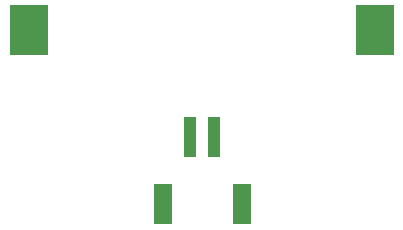
<source format=gbr>
%TF.GenerationSoftware,Altium Limited,Altium Designer,20.1.14 (287)*%
G04 Layer_Color=128*
%FSLAX45Y45*%
%MOMM*%
%TF.SameCoordinates,D919A4BC-3EF6-4BA5-801F-EB9C9E4D33F9*%
%TF.FilePolarity,Positive*%
%TF.FileFunction,Paste,Bot*%
%TF.Part,Single*%
G01*
G75*
%TA.AperFunction,SMDPad,CuDef*%
%ADD57R,3.20000X4.20000*%
%ADD58R,1.50000X3.40000*%
%ADD59R,1.00000X3.50000*%
D57*
X533871Y1700000D02*
D03*
X3463871D02*
D03*
D58*
X2342500Y221275D02*
D03*
X1672500D02*
D03*
D59*
X1904300Y796275D02*
D03*
X2107500D02*
D03*
%TF.MD5,196e06f27f0a67f2bb20b0a6630b5266*%
M02*

</source>
